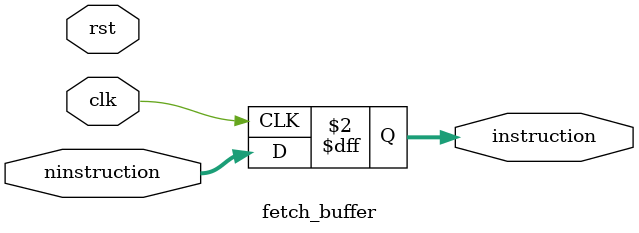
<source format=sv>
module fetch_buffer(
    input logic clk,
    input logic rst,
    
    //input stage data
    input logic [0:63] ninstruction,

    //output stage data
    output logic [0:63] instruction,
);

always_ff @ (posedge clk) begin
    instruction <= ninstruction;
end

endmodule
</source>
